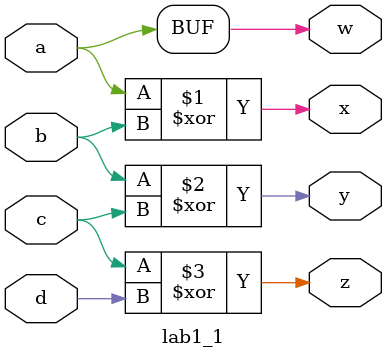
<source format=v>
`timescale 1ns / 1ps


module lab1_1(
    a, b, c, d,
    w, x, y, z
    );
    
    input a, b, c, d;
    output w, x, y, z;
    
    assign w = a;
    assign x = a ^ b;
    assign y = b ^ c;
    assign z = c ^ d;
endmodule

</source>
